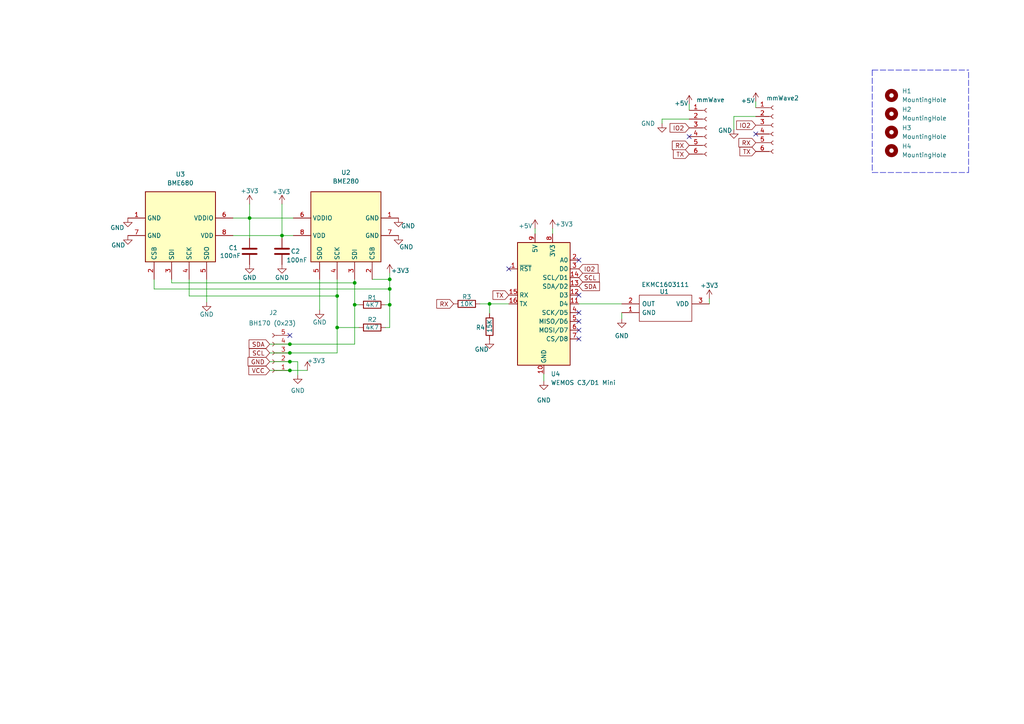
<source format=kicad_sch>
(kicad_sch (version 20211123) (generator eeschema)
  (paper "A4")
  (title_block (title "All-In-One-Sensor") (date "2022-10-18") (rev "1.0") (company "https://github.com/Schluggi/all-in-one-sensor-pcb"))
  (lib_symbols
    (symbol "Connector:Conn_01x05_Female" (pin_names (offset 1.016) hide)
      (property "Reference" "J" (at 0 7.62 0))
      (property "Value" "Conn_01x05_Female" (at 0 -7.62 0))
      (symbol "Conn_01x05_Female_1_1"
        (arc (start 0 -4.572) (mid -0.508 -5.08) (end 0 -5.588) (stroke (width 0.1524)))
        (arc (start 0 -2.032) (mid -0.508 -2.54) (end 0 -3.048) (stroke (width 0.1524)))
        (polyline (pts (xy -1.27 -5.08) (xy -0.508 -5.08)) (stroke (width 0.1524)))
        (polyline (pts (xy -1.27 -2.54) (xy -0.508 -2.54)) (stroke (width 0.1524)))
        (polyline (pts (xy -1.27 0) (xy -0.508 0)) (stroke (width 0.1524)))
        (polyline (pts (xy -1.27 2.54) (xy -0.508 2.54)) (stroke (width 0.1524)))
        (polyline (pts (xy -1.27 5.08) (xy -0.508 5.08)) (stroke (width 0.1524)))
        (arc (start 0 0.508) (mid -0.508 0) (end 0 -0.508) (stroke (width 0.1524)))
        (arc (start 0 3.048) (mid -0.508 2.54) (end 0 2.032) (stroke (width 0.1524)))
        (arc (start 0 5.588) (mid -0.508 5.08) (end 0 4.572) (stroke (width 0.1524)))
        (pin passive line (at -5.08 5.08 0) (length 3.81) (name "Pin_1") (number "1"))
        (pin passive line (at -5.08 2.54 0) (length 3.81) (name "Pin_2") (number "2"))
        (pin passive line (at -5.08 0 0) (length 3.81) (name "Pin_3") (number "3"))
        (pin passive line (at -5.08 -2.54 0) (length 3.81) (name "Pin_4") (number "4"))
        (pin passive line (at -5.08 -5.08 0) (length 3.81) (name "Pin_5") (number "5"))
      )
    )
    (symbol "Connector:Conn_01x06_Female" (pin_names (offset 1.016) hide)
      (property "Reference" "J" (at 0 7.62 0))
      (property "Value" "Conn_01x06_Female" (at 0 -10.16 0))
      (symbol "Conn_01x06_Female_1_1"
        (arc (start 0 -7.112) (mid -0.508 -7.62) (end 0 -8.128) (stroke (width 0.1524)))
        (arc (start 0 -4.572) (mid -0.508 -5.08) (end 0 -5.588) (stroke (width 0.1524)))
        (arc (start 0 -2.032) (mid -0.508 -2.54) (end 0 -3.048) (stroke (width 0.1524)))
        (polyline (pts (xy -1.27 -7.62) (xy -0.508 -7.62)) (stroke (width 0.1524)))
        (polyline (pts (xy -1.27 -5.08) (xy -0.508 -5.08)) (stroke (width 0.1524)))
        (polyline (pts (xy -1.27 -2.54) (xy -0.508 -2.54)) (stroke (width 0.1524)))
        (polyline (pts (xy -1.27 0) (xy -0.508 0)) (stroke (width 0.1524)))
        (polyline (pts (xy -1.27 2.54) (xy -0.508 2.54)) (stroke (width 0.1524)))
        (polyline (pts (xy -1.27 5.08) (xy -0.508 5.08)) (stroke (width 0.1524)))
        (arc (start 0 0.508) (mid -0.508 0) (end 0 -0.508) (stroke (width 0.1524)))
        (arc (start 0 3.048) (mid -0.508 2.54) (end 0 2.032) (stroke (width 0.1524)))
        (arc (start 0 5.588) (mid -0.508 5.08) (end 0 4.572) (stroke (width 0.1524)))
        (pin passive line (at -5.08 5.08 0) (length 3.81) (name "Pin_1") (number "1"))
        (pin passive line (at -5.08 2.54 0) (length 3.81) (name "Pin_2") (number "2"))
        (pin passive line (at -5.08 0 0) (length 3.81) (name "Pin_3") (number "3"))
        (pin passive line (at -5.08 -2.54 0) (length 3.81) (name "Pin_4") (number "4"))
        (pin passive line (at -5.08 -5.08 0) (length 3.81) (name "Pin_5") (number "5"))
        (pin passive line (at -5.08 -7.62 0) (length 3.81) (name "Pin_6") (number "6"))
      )
    )
    (symbol "Device:C" (pin_numbers hide) (pin_names (offset 0.254))
      (property "Reference" "C" (at 0.635 2.54 0))
      (property "Value" "C" (at 0.635 -2.54 0))
      (symbol "C_0_1"
        (polyline (pts (xy -2.032 -0.762) (xy 2.032 -0.762)) (stroke (width 0.508)))
        (polyline (pts (xy -2.032 0.762) (xy 2.032 0.762)) (stroke (width 0.508)))
      )
      (symbol "C_1_1"
        (pin passive line (at 0 3.81 270) (length 2.794) (name "~") (number "1"))
        (pin passive line (at 0 -3.81 90) (length 2.794) (name "~") (number "2"))
      )
    )
    (symbol "Device:R" (pin_numbers hide) (pin_names (offset 0))
      (property "Reference" "R" (at 2.032 0 90))
      (property "Value" "R" (at 0 0 90))
      (symbol "R_0_1"
        (rectangle (start -1.016 -2.54) (end 1.016 2.54) (stroke (width 0.254)))
      )
      (symbol "R_1_1"
        (pin passive line (at 0 3.81 270) (length 1.27) (name "~") (number "1"))
        (pin passive line (at 0 -3.81 90) (length 1.27) (name "~") (number "2"))
      )
    )
    (symbol "EKMC1603111:EKMC1603111" (pin_names (offset 0.762))
      (property "Reference" "U" (at 21.59 7.62 0))
      (property "Value" "EKMC1603111" (at 21.59 5.08 0))
      (symbol "EKMC1603111_0_0"
        (pin passive line (at 25.4 -2.54 180) (length 5.08) (name "GND") (number "1"))
        (pin passive line (at 25.4 0 180) (length 5.08) (name "OUT") (number "2"))
        (pin passive line (at 0 0 0) (length 5.08) (name "VDD") (number "3"))
      )
      (symbol "EKMC1603111_0_1"
        (polyline (pts (xy 5.08 2.54) (xy 20.32 2.54) (xy 20.32 -5.08) (xy 5.08 -5.08) (xy 5.08 2.54)) (stroke (width 0.1524)))
      )
    )
    (symbol "MCU_Module:WeMos_D1_mini"
      (property "Reference" "U" (at 3.81 19.05 0))
      (property "Value" "WeMos_D1_mini" (at 1.27 -19.05 0))
      (symbol "WeMos_D1_mini_1_1"
        (rectangle (start -7.62 17.78) (end 7.62 -17.78) (stroke (width 0.254)) (fill (type background)))
        (pin input line (at -10.16 10.16 0) (length 2.54) (name "~{RST}") (number "1"))
        (pin power_in line (at 0 -20.32 90) (length 2.54) (name "GND") (number "10"))
        (pin bidirectional line (at 10.16 0 180) (length 2.54) (name "D4") (number "11"))
        (pin bidirectional line (at 10.16 2.54 180) (length 2.54) (name "D3") (number "12"))
        (pin bidirectional line (at 10.16 5.08 180) (length 2.54) (name "SDA/D2") (number "13"))
        (pin bidirectional line (at 10.16 7.62 180) (length 2.54) (name "SCL/D1") (number "14"))
        (pin input line (at -10.16 2.54 0) (length 2.54) (name "RX") (number "15"))
        (pin output line (at -10.16 0 0) (length 2.54) (name "TX") (number "16"))
        (pin input line (at 10.16 12.7 180) (length 2.54) (name "A0") (number "2"))
        (pin bidirectional line (at 10.16 10.16 180) (length 2.54) (name "D0") (number "3"))
        (pin bidirectional line (at 10.16 -2.54 180) (length 2.54) (name "SCK/D5") (number "4"))
        (pin bidirectional line (at 10.16 -5.08 180) (length 2.54) (name "MISO/D6") (number "5"))
        (pin bidirectional line (at 10.16 -7.62 180) (length 2.54) (name "MOSI/D7") (number "6"))
        (pin bidirectional line (at 10.16 -10.16 180) (length 2.54) (name "CS/D8") (number "7"))
        (pin power_out line (at 2.54 20.32 270) (length 2.54) (name "3V3") (number "8"))
        (pin power_in line (at -2.54 20.32 270) (length 2.54) (name "5V") (number "9"))
      )
    )
    (symbol "Mechanical:MountingHole" (pin_names (offset 1.016))
      (property "Reference" "H" (at 0 5.08 0))
      (property "Value" "MountingHole" (at 0 3.175 0))
      (symbol "MountingHole_0_1"
        (circle (center 0 0) (radius 1.27) (stroke (width 1.27)))
      )
    )
    (symbol "Sensor:BME280"
      (property "Reference" "U" (at -8.89 11.43 0))
      (property "Value" "BME280" (at 7.62 11.43 0))
      (symbol "BME280_0_1"
        (rectangle (start -10.16 10.16) (end 10.16 -10.16) (stroke (width 0.254)) (fill (type background)))
      )
      (symbol "BME280_1_1"
        (pin power_in line (at -2.54 -15.24 90) (length 5.08) (name "GND") (number "1"))
        (pin input line (at 15.24 -7.62 180) (length 5.08) (name "CSB") (number "2"))
        (pin bidirectional line (at 15.24 -2.54 180) (length 5.08) (name "SDI") (number "3"))
        (pin input line (at 15.24 2.54 180) (length 5.08) (name "SCK") (number "4"))
        (pin bidirectional line (at 15.24 7.62 180) (length 5.08) (name "SDO") (number "5"))
        (pin power_in line (at -2.54 15.24 270) (length 5.08) (name "VDDIO") (number "6"))
        (pin power_in line (at 2.54 -15.24 90) (length 5.08) (name "GND") (number "7"))
        (pin power_in line (at 2.54 15.24 270) (length 5.08) (name "VDD") (number "8"))
      )
    )
    (symbol "Sensor:BME680"
      (property "Reference" "U" (at -8.89 11.43 0))
      (property "Value" "BME680" (at 7.62 11.43 0))
      (symbol "BME680_0_1"
        (rectangle (start -10.16 10.16) (end 10.16 -10.16) (stroke (width 0.254)) (fill (type background)))
      )
      (symbol "BME680_1_1"
        (pin power_in line (at -2.54 -15.24 90) (length 5.08) (name "GND") (number "1"))
        (pin input line (at 15.24 -7.62 180) (length 5.08) (name "CSB") (number "2"))
        (pin bidirectional line (at 15.24 -2.54 180) (length 5.08) (name "SDI") (number "3"))
        (pin input line (at 15.24 2.54 180) (length 5.08) (name "SCK") (number "4"))
        (pin bidirectional line (at 15.24 7.62 180) (length 5.08) (name "SDO") (number "5"))
        (pin power_in line (at -2.54 15.24 270) (length 5.08) (name "VDDIO") (number "6"))
        (pin power_in line (at 2.54 -15.24 90) (length 5.08) (name "GND") (number "7"))
        (pin power_in line (at 2.54 15.24 270) (length 5.08) (name "VDD") (number "8"))
      )
    )
    (symbol "power:+3V3" (power) (pin_names (offset 0))
      (property "Value" "+3V3" (at 0 3.556 0))
      (symbol "+3V3_0_1"
        (polyline (pts (xy -0.762 1.27) (xy 0 2.54)))
        (polyline (pts (xy 0 0) (xy 0 2.54)))
        (polyline (pts (xy 0 2.54) (xy 0.762 1.27)))
      )
      (symbol "+3V3_1_1"
        (pin power_in line (at 0 0 90) (length 0) hide (name "+3V3") (number "1"))
      )
    )
    (symbol "power:+5V" (power) (pin_names (offset 0))
      (property "Value" "+5V" (at 0 3.556 0))
      (symbol "+5V_0_1"
        (polyline (pts (xy -0.762 1.27) (xy 0 2.54)))
        (polyline (pts (xy 0 0) (xy 0 2.54)))
        (polyline (pts (xy 0 2.54) (xy 0.762 1.27)))
      )
      (symbol "+5V_1_1"
        (pin power_in line (at 0 0 90) (length 0) hide (name "+5V") (number "1"))
      )
    )
    (symbol "power:GND" (power) (pin_names (offset 0))
      (property "Value" "GND" (at 0 -3.81 0))
      (symbol "GND_0_1"
        (polyline (pts (xy 0 0) (xy 0 -1.27) (xy 1.27 -1.27) (xy 0 -2.54) (xy -1.27 -1.27) (xy 0 -1.27)))
      )
      (symbol "GND_1_1"
        (pin power_in line (at 0 0 270) (length 0) hide (name "GND") (number "1"))
      )
    )
  )
  (junction (at 141.986 88.138))
  (junction (at 97.79 94.996))
  (junction (at 84.074 107.442))
  (junction (at 102.87 88.392))
  (junction (at 102.87 82.042))
  (junction (at 113.03 88.392))
  (junction (at 84.074 99.822))
  (junction (at 113.03 81.026))
  (junction (at 113.03 83.82))
  (junction (at 72.39 63.246))
  (junction (at 84.074 102.362))
  (junction (at 84.074 104.902))
  (junction (at 81.788 68.326))
  (junction (at 97.79 85.852))
  (no_connect (at 147.574 77.978))
  (no_connect (at 167.894 93.218))
  (no_connect (at 167.894 98.298))
  (no_connect (at 84.074 97.282))
  (no_connect (at 219.202 38.862))
  (no_connect (at 199.898 39.624))
  (no_connect (at 167.894 75.438))
  (no_connect (at 167.894 90.678))
  (no_connect (at 167.894 85.598))
  (no_connect (at 167.894 95.758))
  (wire (pts (xy 205.74 86.614) (xy 205.74 88.138)))
  (wire (pts (xy 113.03 94.996) (xy 113.03 88.392)))
  (wire (pts (xy 157.734 108.458) (xy 157.734 110.49)))
  (wire (pts (xy 102.87 82.042) (xy 102.87 88.392)))
  (wire (pts (xy 84.074 102.362) (xy 97.79 102.362)))
  (wire (pts (xy 49.784 81.026) (xy 49.784 82.042)))
  (wire (pts (xy 155.194 66.294) (xy 155.194 67.818)))
  (wire (pts (xy 81.788 68.326) (xy 85.09 68.326)))
  (wire (pts (xy 104.14 88.392) (xy 102.87 88.392)))
  (wire (pts (xy 78.232 99.822) (xy 84.074 99.822)))
  (wire (pts (xy 113.03 79.248) (xy 113.03 81.026)))
  (wire (pts (xy 212.852 33.782) (xy 212.852 37.592)))
  (wire (pts (xy 78.232 102.362) (xy 84.074 102.362)))
  (wire (pts (xy 180.34 88.138) (xy 167.894 88.138)))
  (wire (pts (xy 147.574 88.138) (xy 141.986 88.138)))
  (wire (pts (xy 139.192 88.138) (xy 141.986 88.138)))
  (wire (pts (xy 102.87 81.026) (xy 102.87 82.042)))
  (wire (pts (xy 104.14 94.996) (xy 97.79 94.996)))
  (wire (pts (xy 84.074 104.902) (xy 86.36 104.902)))
  (wire (pts (xy 113.03 88.392) (xy 113.03 83.82)))
  (wire (pts (xy 81.788 59.182) (xy 81.788 68.326)))
  (wire (pts (xy 49.784 82.042) (xy 102.87 82.042)))
  (wire (pts (xy 67.564 63.246) (xy 72.39 63.246)))
  (wire (pts (xy 141.986 90.932) (xy 141.986 88.138)))
  (wire (pts (xy 97.79 81.026) (xy 97.79 85.852)))
  (wire (pts (xy 97.79 85.852) (xy 97.79 94.996)))
  (wire (pts (xy 212.852 33.782) (xy 219.202 33.782)))
  (wire (pts (xy 67.564 68.326) (xy 81.788 68.326)))
  (polyline (pts (xy 280.924 50.038) (xy 280.924 20.32)))
  (wire (pts (xy 78.232 107.442) (xy 84.074 107.442)))
  (polyline (pts (xy 252.984 20.32) (xy 280.924 20.32)))
  (wire (pts (xy 199.898 30.226) (xy 199.898 32.004)))
  (wire (pts (xy 72.39 59.182) (xy 72.39 63.246)))
  (wire (pts (xy 44.704 83.82) (xy 113.03 83.82)))
  (wire (pts (xy 111.76 88.392) (xy 113.03 88.392)))
  (wire (pts (xy 92.71 89.916) (xy 92.71 81.026)))
  (wire (pts (xy 219.202 29.464) (xy 219.202 31.242)))
  (wire (pts (xy 113.03 81.026) (xy 113.03 83.82)))
  (wire (pts (xy 192.024 34.544) (xy 192.024 35.814)))
  (polyline (pts (xy 252.984 20.32) (xy 252.984 50.038)))
  (wire (pts (xy 81.788 68.326) (xy 81.788 69.088)))
  (wire (pts (xy 180.34 90.678) (xy 180.34 92.456)))
  (wire (pts (xy 72.39 69.088) (xy 72.39 63.246)))
  (wire (pts (xy 160.274 66.294) (xy 160.274 67.818)))
  (wire (pts (xy 54.864 81.026) (xy 54.864 85.852)))
  (polyline (pts (xy 252.984 50.038) (xy 280.924 50.038)))
  (wire (pts (xy 44.704 81.026) (xy 44.704 83.82)))
  (wire (pts (xy 84.074 107.442) (xy 89.154 107.442)))
  (wire (pts (xy 59.944 87.63) (xy 59.944 81.026)))
  (wire (pts (xy 192.024 34.544) (xy 199.898 34.544)))
  (wire (pts (xy 97.79 94.996) (xy 97.79 102.362)))
  (wire (pts (xy 86.36 104.902) (xy 86.36 108.712)))
  (wire (pts (xy 78.232 104.902) (xy 84.074 104.902)))
  (wire (pts (xy 107.95 81.026) (xy 113.03 81.026)))
  (wire (pts (xy 72.39 63.246) (xy 85.09 63.246)))
  (wire (pts (xy 84.074 99.822) (xy 102.87 99.822)))
  (wire (pts (xy 102.87 88.392) (xy 102.87 99.822)))
  (wire (pts (xy 54.864 85.852) (xy 97.79 85.852)))
  (wire (pts (xy 111.76 94.996) (xy 113.03 94.996)))
  (global_label "TX" (shape input) (at 219.202 43.942 180) (property "Intersheet References" "${INTERSHEET_REFS}" (effects hide)))
  (global_label "RX" (shape input) (at 131.572 88.138 180) (property "Intersheet References" "${INTERSHEET_REFS}" (effects hide)))
  (global_label "GND" (shape input) (at 78.232 104.902 180) (property "Intersheet References" "${INTERSHEET_REFS}" (effects hide)))
  (global_label "SCL" (shape input) (at 78.232 102.362 180) (property "Intersheet References" "${INTERSHEET_REFS}" (effects hide)))
  (global_label "IO2" (shape input) (at 219.202 36.322 180) (property "Intersheet References" "${INTERSHEET_REFS}" (effects hide)))
  (global_label "TX" (shape input) (at 147.574 85.598 180) (property "Intersheet References" "${INTERSHEET_REFS}" (effects hide)))
  (global_label "SDA" (shape input) (at 167.894 83.058 0) (property "Intersheet References" "${INTERSHEET_REFS}" (effects hide)))
  (global_label "TX" (shape input) (at 199.898 44.704 180) (property "Intersheet References" "${INTERSHEET_REFS}" (effects hide)))
  (global_label "VCC" (shape input) (at 78.232 107.442 180) (property "Intersheet References" "${INTERSHEET_REFS}" (effects hide)))
  (global_label "IO2" (shape input) (at 167.894 77.978 0) (property "Intersheet References" "${INTERSHEET_REFS}" (effects hide)))
  (global_label "RX" (shape input) (at 199.898 42.164 180) (property "Intersheet References" "${INTERSHEET_REFS}" (effects hide)))
  (global_label "SCL" (shape input) (at 167.894 80.518 0) (property "Intersheet References" "${INTERSHEET_REFS}" (effects hide)))
  (global_label "IO2" (shape input) (at 199.898 37.084 180) (property "Intersheet References" "${INTERSHEET_REFS}" (effects hide)))
  (global_label "SDA" (shape input) (at 78.232 99.822 180) (property "Intersheet References" "${INTERSHEET_REFS}" (effects hide)))
  (global_label "RX" (shape input) (at 219.202 41.402 180) (property "Intersheet References" "${INTERSHEET_REFS}" (effects hide)))
  (symbol (lib_id "Sensor:BME280") (at 100.33 65.786 90) (mirror x) (unit 1)
    (property "Reference" "U2" (at 100.33 50.038 90))
    (property "Value" "BME280" (at 100.33 52.578 90))
    (property "Footprint" "Package_LGA:Bosch_LGA-8_2.5x2.5mm_P0.65mm_ClockwisePinNumbering" (effects hide))
    (property "Datasheet" "https://ae-bst.resource.bosch.com/media/_tech/media/datasheets/BST-BME280-DS002.pdf" (effects hide))
  )
  (symbol (lib_id "EKMC1603111:EKMC1603111") (at 205.74 88.138 0) (mirror y) (unit 1)
    (property "Reference" "U1" (at 194.056 84.582 0) (effects (justify left)))
    (property "Value" "EKMC1603111" (at 199.898 82.55 0) (effects (justify left)))
    (property "Footprint" "KiCad:EKMB1193111" (effects hide))
    (property "Datasheet" "https://datasheet.datasheetarchive.com/originals/distributors/Datasheets-DGA19/17270.pdf" (effects hide))
    (property "Description" "Board Mount Motion & Position Sensors 170uA 12m Digital White Lens" (effects hide))
    (property "Mouser Part Number" "769-EKMC1603111" (effects hide))
    (property "Mouser Price/Stock" "https://www.mouser.co.uk/ProductDetail/Panasonic-Industrial-Devices/EKMC1603111?qs=7jYh1P364wm%252Bee2n5xwlWg%3D%3D" (effects hide))
    (property "Manufacturer_Name" "Panasonic" (effects hide))
    (property "Manufacturer_Part_Number" "EKMC1603111" (effects hide))
  )
  (symbol (lib_id "power:+5V") (at 155.194 66.294 0) (unit 1)
    (property "Reference" "#PWR08" (effects hide))
    (property "Value" "+5V" (at 152.4 65.532 0))
  )
  (symbol (lib_id "power:+3V3") (at 81.788 59.182 0) (unit 1)
    (property "Reference" "#PWR011" (effects hide))
    (property "Value" "+3V3" (at 81.534 55.626 0))
  )
  (symbol (lib_id "power:GND") (at 81.788 76.708 0) (unit 1)
    (property "Reference" "#PWR012" (effects hide))
    (property "Value" "GND" (at 81.788 80.518 0))
  )
  (symbol (lib_id "power:GND") (at 192.024 35.814 0) (unit 1)
    (property "Reference" "#PWR09" (effects hide))
    (property "Value" "GND" (at 187.96 35.814 0))
  )
  (symbol (lib_id "Device:C") (at 72.39 72.898 0) (unit 1)
    (property "Reference" "C1" (at 66.294 71.882 0) (effects (justify left)))
    (property "Value" "100nF" (at 63.754 74.168 0) (effects (justify left)))
    (property "Footprint" "Capacitor_THT:C_Disc_D5.0mm_W2.5mm_P2.50mm" (effects hide))
  )
  (symbol (lib_id "power:GND") (at 37.084 68.326 0) (unit 1)
    (property "Reference" "#PWR0103" (effects hide))
    (property "Value" "GND" (at 34.29 71.12 0))
  )
  (symbol (lib_id "power:GND") (at 92.71 89.916 0) (unit 1)
    (property "Reference" "#PWR013" (effects hide))
    (property "Value" "GND" (at 92.71 93.472 0))
  )
  (symbol (lib_id "Mechanical:MountingHole") (at 258.572 33.02 0) (unit 1)
    (property "Reference" "H2" (at 261.62 31.7499 0) (effects (justify left)))
    (property "Value" "MountingHole" (at 261.62 34.2899 0) (effects (justify left)))
    (property "Footprint" "MountingHole:MountingHole_2.2mm_M2" (effects hide))
  )
  (symbol (lib_id "MCU_Module:WeMos_D1_mini") (at 157.734 88.138 0) (unit 1)
    (property "Reference" "U4" (at 159.7534 108.458 0) (effects (justify left)))
    (property "Value" "WEMOS C3/D1 Mini" (at 159.7534 110.998 0) (effects (justify left)))
    (property "Footprint" "Module:WEMOS_D1_mini_light" (effects hide))
    (property "Datasheet" "https://wiki.wemos.cc/products:d1:d1_mini#documentation" (effects hide))
  )
  (symbol (lib_id "power:+3V3") (at 160.274 66.294 0) (unit 1)
    (property "Reference" "#PWR018" (effects hide))
    (property "Value" "+3V3" (at 163.576 65.024 0))
  )
  (symbol (lib_id "power:GND") (at 86.36 108.712 0) (unit 1)
    (property "Reference" "#PWR02" (effects hide))
    (property "Value" "GND" (at 86.36 113.284 0))
  )
  (symbol (lib_id "Mechanical:MountingHole") (at 258.572 38.354 0) (unit 1)
    (property "Reference" "H3" (at 261.62 37.0839 0) (effects (justify left)))
    (property "Value" "MountingHole" (at 261.62 39.6239 0) (effects (justify left)))
    (property "Footprint" "MountingHole:MountingHole_2.2mm_M2" (effects hide))
  )
  (symbol (lib_id "Device:R") (at 107.95 88.392 90) (unit 1)
    (property "Reference" "R1" (at 107.95 86.36 90))
    (property "Value" "4K7" (at 107.95 88.392 90))
    (property "Footprint" "Resistor_THT:R_Axial_DIN0207_L6.3mm_D2.5mm_P10.16mm_Horizontal" (effects hide))
  )
  (symbol (lib_id "power:+3V3") (at 113.03 79.248 0) (unit 1)
    (property "Reference" "#PWR014" (effects hide))
    (property "Value" "+3V3" (at 116.078 78.486 0))
  )
  (symbol (lib_id "power:+5V") (at 199.898 30.226 0) (unit 1)
    (property "Reference" "#PWR010" (effects hide))
    (property "Value" "+5V" (at 197.612 29.972 0))
  )
  (symbol (lib_id "power:+3V3") (at 205.74 86.614 0) (mirror y) (unit 1)
    (property "Reference" "#PWR06" (effects hide))
    (property "Value" "+3V3" (at 205.74 82.804 0))
  )
  (symbol (lib_id "power:GND") (at 180.34 92.456 0) (mirror y) (unit 1)
    (property "Reference" "#PWR05" (effects hide))
    (property "Value" "GND" (at 180.34 97.409 0))
  )
  (symbol (lib_id "power:GND") (at 157.734 110.49 0) (unit 1)
    (property "Reference" "#PWR017" (effects hide))
    (property "Value" "GND" (at 157.734 116.078 0))
  )
  (symbol (lib_id "power:GND") (at 115.57 68.326 0) (unit 1)
    (property "Reference" "#PWR016" (effects hide))
    (property "Value" "GND" (at 117.856 71.628 0))
  )
  (symbol (lib_id "power:GND") (at 59.944 87.63 0) (unit 1)
    (property "Reference" "#PWR0105" (effects hide))
    (property "Value" "GND" (at 59.944 91.186 0))
  )
  (symbol (lib_id "Device:R") (at 135.382 88.138 270) (mirror x) (unit 1)
    (property "Reference" "R3" (at 135.382 86.106 90))
    (property "Value" "10K" (at 135.382 88.138 90))
    (property "Footprint" "Resistor_THT:R_Axial_DIN0207_L6.3mm_D2.5mm_P10.16mm_Horizontal" (effects hide))
  )
  (symbol (lib_id "Device:R") (at 107.95 94.996 90) (unit 1)
    (property "Reference" "R2" (at 107.95 92.71 90))
    (property "Value" "4K7" (at 107.95 94.996 90))
    (property "Footprint" "Resistor_THT:R_Axial_DIN0207_L6.3mm_D2.5mm_P10.16mm_Horizontal" (effects hide))
  )
  (symbol (lib_id "Connector:Conn_01x06_Female") (at 224.282 36.322 0) (unit 1)
    (property "Reference" "J4" (effects hide))
    (property "Value" "mmWave2" (at 222.25 28.448 0) (effects (justify left)))
    (property "Footprint" "Connector_PinSocket_2.54mm:PinSocket_1x06_P2.54mm_Vertical" (effects hide))
  )
  (symbol (lib_id "power:GND") (at 37.084 63.246 0) (unit 1)
    (property "Reference" "#PWR0104" (effects hide))
    (property "Value" "GND" (at 34.036 66.04 0))
  )
  (symbol (lib_id "power:GND") (at 212.852 37.592 0) (unit 1)
    (property "Reference" "#PWR0102" (effects hide))
    (property "Value" "GND" (at 210.312 37.846 0))
  )
  (symbol (lib_id "Device:C") (at 81.788 72.898 0) (unit 1)
    (property "Reference" "C2" (at 84.328 72.898 0) (effects (justify left)))
    (property "Value" "100nF" (at 83.058 75.438 0) (effects (justify left)))
    (property "Footprint" "Capacitor_THT:C_Disc_D5.0mm_W2.5mm_P2.50mm" (effects hide))
  )
  (symbol (lib_id "Connector:Conn_01x05_Female") (at 78.994 102.362 180) (unit 1)
    (property "Reference" "J2" (at 79.248 90.678 0))
    (property "Value" "BH170 (0x23)" (at 78.994 93.726 0))
    (property "Footprint" "Connector_PinSocket_2.54mm:PinSocket_1x05_P2.54mm_Vertical" (effects hide))
  )
  (symbol (lib_id "power:GND") (at 72.39 76.708 0) (unit 1)
    (property "Reference" "#PWR03" (effects hide))
    (property "Value" "GND" (at 72.39 80.518 0))
  )
  (symbol (lib_id "Connector:Conn_01x06_Female") (at 204.978 37.084 0) (unit 1)
    (property "Reference" "J3" (effects hide))
    (property "Value" "mmWave" (at 201.93 28.956 0) (effects (justify left)))
    (property "Footprint" "Connector_PinSocket_2.54mm:PinSocket_1x06_P2.54mm_Vertical" (effects hide))
  )
  (symbol (lib_id "power:+5V") (at 219.202 29.464 0) (unit 1)
    (property "Reference" "#PWR0101" (effects hide))
    (property "Value" "+5V" (at 216.916 29.21 0))
  )
  (symbol (lib_id "power:+3V3") (at 72.39 59.182 0) (unit 1)
    (property "Reference" "#PWR01" (effects hide))
    (property "Value" "+3V3" (at 72.39 55.372 0))
  )
  (symbol (lib_id "Sensor:BME680") (at 52.324 65.786 270) (unit 1)
    (property "Reference" "U3" (at 52.324 50.546 90))
    (property "Value" "BME680" (at 52.324 53.086 90))
    (property "Footprint" "Package_LGA:Bosch_LGA-8_3x3mm_P0.8mm_ClockwisePinNumbering" (effects hide))
    (property "Datasheet" "https://ae-bst.resource.bosch.com/media/_tech/media/datasheets/BST-BME680-DS001.pdf" (effects hide))
  )
  (symbol (lib_id "Mechanical:MountingHole") (at 258.572 43.688 0) (unit 1)
    (property "Reference" "H4" (at 261.62 42.4179 0) (effects (justify left)))
    (property "Value" "MountingHole" (at 261.62 44.9579 0) (effects (justify left)))
    (property "Footprint" "MountingHole:MountingHole_2.2mm_M2" (effects hide))
  )
  (symbol (lib_id "Mechanical:MountingHole") (at 258.572 27.686 0) (unit 1)
    (property "Reference" "H1" (at 261.62 26.4159 0) (effects (justify left)))
    (property "Value" "MountingHole" (at 261.62 28.9559 0) (effects (justify left)))
    (property "Footprint" "MountingHole:MountingHole_2.2mm_M2" (effects hide))
  )
  (symbol (lib_id "power:GND") (at 115.57 63.246 0) (unit 1)
    (property "Reference" "#PWR015" (effects hide))
    (property "Value" "GND" (at 118.364 65.532 0))
  )
  (symbol (lib_id "power:+3V3") (at 89.154 107.442 0) (unit 1)
    (property "Reference" "#PWR04" (effects hide))
    (property "Value" "+3V3" (at 91.694 104.648 0))
  )
  (symbol (lib_id "Device:R") (at 141.986 94.742 0) (mirror y) (unit 1)
    (property "Reference" "R4" (at 140.716 94.996 0) (effects (justify left)))
    (property "Value" "15K" (at 141.986 96.52 90) (effects (justify left)))
    (property "Footprint" "Resistor_THT:R_Axial_DIN0207_L6.3mm_D2.5mm_P10.16mm_Horizontal" (effects hide))
  )
  (symbol (lib_id "power:GND") (at 141.986 98.552 0) (mirror y) (unit 1)
    (property "Reference" "#PWR07" (effects hide))
    (property "Value" "GND" (at 139.7 101.346 0))
  )
)
</source>
